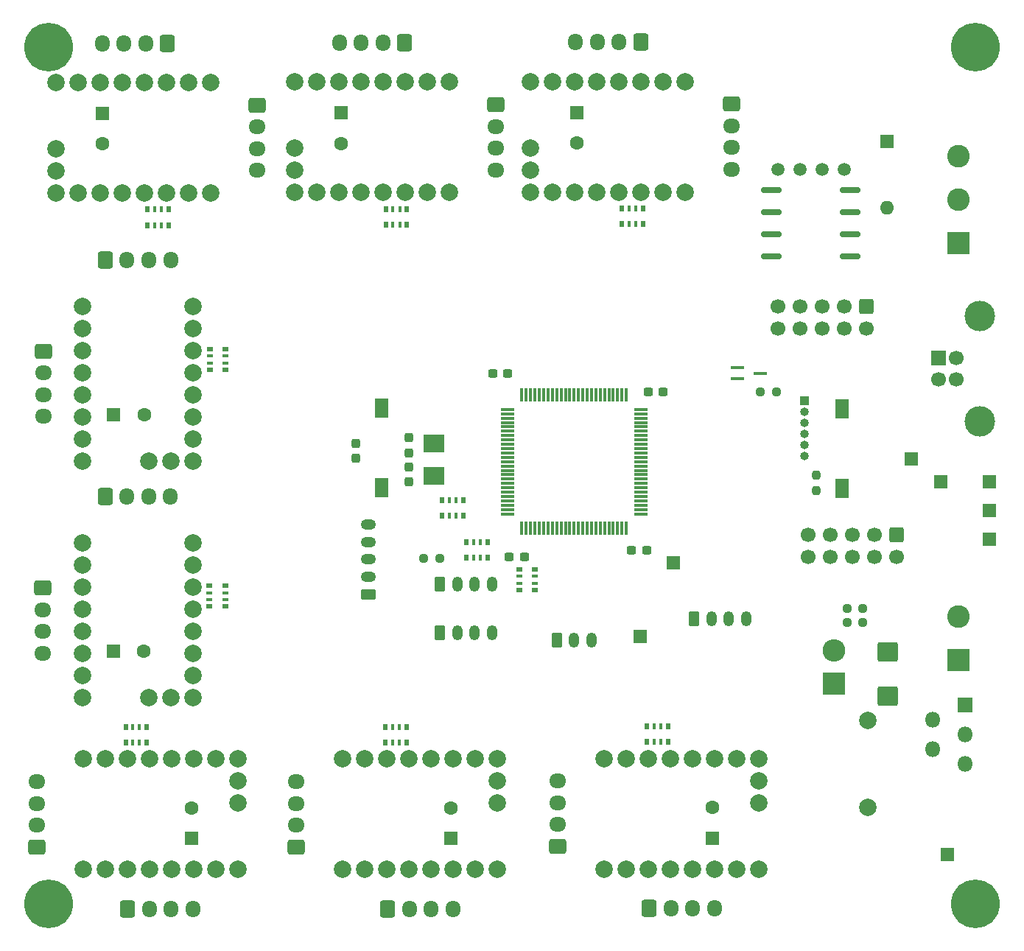
<source format=gbr>
%TF.GenerationSoftware,KiCad,Pcbnew,6.0.10*%
%TF.CreationDate,2023-01-16T16:43:20+03:00*%
%TF.ProjectId,multistepper,6d756c74-6973-4746-9570-7065722e6b69,rev?*%
%TF.SameCoordinates,Original*%
%TF.FileFunction,Soldermask,Top*%
%TF.FilePolarity,Negative*%
%FSLAX46Y46*%
G04 Gerber Fmt 4.6, Leading zero omitted, Abs format (unit mm)*
G04 Created by KiCad (PCBNEW 6.0.10) date 2023-01-16 16:43:20*
%MOMM*%
%LPD*%
G01*
G04 APERTURE LIST*
G04 Aperture macros list*
%AMRoundRect*
0 Rectangle with rounded corners*
0 $1 Rounding radius*
0 $2 $3 $4 $5 $6 $7 $8 $9 X,Y pos of 4 corners*
0 Add a 4 corners polygon primitive as box body*
4,1,4,$2,$3,$4,$5,$6,$7,$8,$9,$2,$3,0*
0 Add four circle primitives for the rounded corners*
1,1,$1+$1,$2,$3*
1,1,$1+$1,$4,$5*
1,1,$1+$1,$6,$7*
1,1,$1+$1,$8,$9*
0 Add four rect primitives between the rounded corners*
20,1,$1+$1,$2,$3,$4,$5,0*
20,1,$1+$1,$4,$5,$6,$7,0*
20,1,$1+$1,$6,$7,$8,$9,0*
20,1,$1+$1,$8,$9,$2,$3,0*%
G04 Aperture macros list end*
%ADD10RoundRect,0.237500X-0.300000X-0.237500X0.300000X-0.237500X0.300000X0.237500X-0.300000X0.237500X0*%
%ADD11RoundRect,0.250000X0.600000X0.725000X-0.600000X0.725000X-0.600000X-0.725000X0.600000X-0.725000X0*%
%ADD12O,1.700000X1.950000*%
%ADD13RoundRect,0.250000X-0.725000X0.600000X-0.725000X-0.600000X0.725000X-0.600000X0.725000X0.600000X0*%
%ADD14O,1.950000X1.700000*%
%ADD15RoundRect,0.250000X0.625000X-0.350000X0.625000X0.350000X-0.625000X0.350000X-0.625000X-0.350000X0*%
%ADD16O,1.750000X1.200000*%
%ADD17RoundRect,0.250000X-0.600000X0.600000X-0.600000X-0.600000X0.600000X-0.600000X0.600000X0.600000X0*%
%ADD18C,1.700000*%
%ADD19R,1.600000X2.180000*%
%ADD20RoundRect,0.250000X0.725000X-0.600000X0.725000X0.600000X-0.725000X0.600000X-0.725000X-0.600000X0*%
%ADD21R,1.500000X1.500000*%
%ADD22C,5.600000*%
%ADD23R,1.600000X1.600000*%
%ADD24O,1.600000X1.600000*%
%ADD25C,1.600000*%
%ADD26RoundRect,0.250000X-0.350000X-0.625000X0.350000X-0.625000X0.350000X0.625000X-0.350000X0.625000X0*%
%ADD27O,1.200000X1.750000*%
%ADD28RoundRect,0.250000X-0.600000X-0.725000X0.600000X-0.725000X0.600000X0.725000X-0.600000X0.725000X0*%
%ADD29C,2.000000*%
%ADD30R,0.500000X0.800000*%
%ADD31R,0.400000X0.800000*%
%ADD32R,0.800000X0.500000*%
%ADD33R,0.800000X0.400000*%
%ADD34R,2.600000X2.600000*%
%ADD35C,2.600000*%
%ADD36RoundRect,0.237500X-0.250000X-0.237500X0.250000X-0.237500X0.250000X0.237500X-0.250000X0.237500X0*%
%ADD37R,1.000000X1.000000*%
%ADD38O,1.000000X1.000000*%
%ADD39RoundRect,0.075000X-0.725000X-0.075000X0.725000X-0.075000X0.725000X0.075000X-0.725000X0.075000X0*%
%ADD40RoundRect,0.075000X-0.075000X-0.725000X0.075000X-0.725000X0.075000X0.725000X-0.075000X0.725000X0*%
%ADD41RoundRect,0.237500X0.237500X-0.300000X0.237500X0.300000X-0.237500X0.300000X-0.237500X-0.300000X0*%
%ADD42R,2.400000X2.000000*%
%ADD43RoundRect,0.237500X0.237500X-0.250000X0.237500X0.250000X-0.237500X0.250000X-0.237500X-0.250000X0*%
%ADD44RoundRect,0.237500X-0.237500X0.300000X-0.237500X-0.300000X0.237500X-0.300000X0.237500X0.300000X0*%
%ADD45C,1.500000*%
%ADD46O,2.600000X2.600000*%
%ADD47RoundRect,0.162500X-1.012500X-0.162500X1.012500X-0.162500X1.012500X0.162500X-1.012500X0.162500X0*%
%ADD48R,1.800000X1.800000*%
%ADD49O,1.800000X1.800000*%
%ADD50RoundRect,0.237500X0.300000X0.237500X-0.300000X0.237500X-0.300000X-0.237500X0.300000X-0.237500X0*%
%ADD51RoundRect,0.237500X0.250000X0.237500X-0.250000X0.237500X-0.250000X-0.237500X0.250000X-0.237500X0*%
%ADD52RoundRect,0.250000X-0.925000X0.875000X-0.925000X-0.875000X0.925000X-0.875000X0.925000X0.875000X0*%
%ADD53R,1.700000X1.700000*%
%ADD54C,3.500000*%
%ADD55R,1.500000X0.450000*%
G04 APERTURE END LIST*
D10*
%TO.C,C9*%
X110035000Y-79502000D03*
X111760000Y-79502000D03*
%TD*%
D11*
%TO.C,J17*%
X99921075Y-41501827D03*
D12*
X97421075Y-41501827D03*
X94921075Y-41501827D03*
X92421075Y-41501827D03*
%TD*%
D13*
%TO.C,J12*%
X58374000Y-76974000D03*
D14*
X58374000Y-79474000D03*
X58374000Y-81974000D03*
X58374000Y-84474000D03*
%TD*%
D15*
%TO.C,J6*%
X95758000Y-104902000D03*
D16*
X95758000Y-102902000D03*
X95758000Y-100902000D03*
X95758000Y-98902000D03*
X95758000Y-96902000D03*
%TD*%
D17*
%TO.C,J2*%
X152958800Y-71840700D03*
D18*
X152958800Y-74380700D03*
X150418800Y-71840700D03*
X150418800Y-74380700D03*
X147878800Y-71840700D03*
X147878800Y-74380700D03*
X145338800Y-71840700D03*
X145338800Y-74380700D03*
X142798800Y-71840700D03*
X142798800Y-74380700D03*
%TD*%
D19*
%TO.C,SW2*%
X150164800Y-83548000D03*
X150164800Y-92728000D03*
%TD*%
D20*
%TO.C,J22*%
X87466000Y-133934000D03*
D14*
X87466000Y-131434000D03*
X87466000Y-128934000D03*
X87466000Y-126434000D03*
%TD*%
D21*
%TO.C,TP7*%
X161544000Y-91948000D03*
%TD*%
D22*
%TO.C,H4*%
X165500000Y-140500000D03*
%TD*%
D23*
%TO.C,SW3*%
X155295600Y-52832000D03*
D24*
X155295600Y-60452000D03*
%TD*%
D23*
%TO.C,C24*%
X105246000Y-132978000D03*
D25*
X105246000Y-129478000D03*
%TD*%
D26*
%TO.C,J5*%
X103934000Y-103733600D03*
D27*
X105934000Y-103733600D03*
X107934000Y-103733600D03*
X109934000Y-103733600D03*
%TD*%
D28*
%TO.C,J11*%
X65500000Y-66500000D03*
D12*
X68000000Y-66500000D03*
X70500000Y-66500000D03*
X73000000Y-66500000D03*
%TD*%
D29*
%TO.C,XX5*%
X140640000Y-123774000D03*
X138100000Y-123774000D03*
X135560000Y-123774000D03*
X133020000Y-123774000D03*
X130480000Y-123774000D03*
X127940000Y-123774000D03*
X125400000Y-123774000D03*
X122860000Y-123774000D03*
X122860000Y-136474000D03*
X125400000Y-136474000D03*
X127940000Y-136474000D03*
X130480000Y-136474000D03*
X133020000Y-136474000D03*
X135560000Y-136474000D03*
X138100000Y-136474000D03*
X140640000Y-136474000D03*
X140640000Y-126314000D03*
X140640000Y-128854000D03*
%TD*%
D30*
%TO.C,RN11*%
X127270450Y-60560000D03*
D31*
X126470450Y-60560000D03*
X125670450Y-60560000D03*
D30*
X124870450Y-60560000D03*
X124870450Y-62360000D03*
D31*
X125670450Y-62360000D03*
X126470450Y-62360000D03*
D30*
X127270450Y-62360000D03*
%TD*%
D26*
%TO.C,J13*%
X117380000Y-110194000D03*
D27*
X119380000Y-110194000D03*
X121380000Y-110194000D03*
%TD*%
D29*
%TO.C,XX8*%
X75572000Y-116801600D03*
X75572000Y-114261600D03*
X75572000Y-111721600D03*
X75572000Y-109181600D03*
X75572000Y-106641600D03*
X75572000Y-104101600D03*
X75572000Y-101561600D03*
X75572000Y-99021600D03*
X62872000Y-99021600D03*
X62872000Y-101561600D03*
X62872000Y-104101600D03*
X62872000Y-106641600D03*
X62872000Y-109181600D03*
X62872000Y-111721600D03*
X62872000Y-114261600D03*
X62872000Y-116801600D03*
X73032000Y-116801600D03*
X70492000Y-116801600D03*
%TD*%
%TO.C,XX3*%
X87281075Y-58727827D03*
X89821075Y-58727827D03*
X92361075Y-58727827D03*
X94901075Y-58727827D03*
X97441075Y-58727827D03*
X99981075Y-58727827D03*
X102521075Y-58727827D03*
X105061075Y-58727827D03*
X105061075Y-46027827D03*
X102521075Y-46027827D03*
X99981075Y-46027827D03*
X97441075Y-46027827D03*
X94901075Y-46027827D03*
X92361075Y-46027827D03*
X89821075Y-46027827D03*
X87281075Y-46027827D03*
X87281075Y-56187827D03*
X87281075Y-53647827D03*
%TD*%
D32*
%TO.C,RN7*%
X113095200Y-102025600D03*
D33*
X113095200Y-102825600D03*
X113095200Y-103625600D03*
D32*
X113095200Y-104425600D03*
X114895200Y-104425600D03*
D33*
X114895200Y-103625600D03*
X114895200Y-102825600D03*
D32*
X114895200Y-102025600D03*
%TD*%
D34*
%TO.C,J10*%
X163576000Y-112482000D03*
D35*
X163576000Y-107482000D03*
%TD*%
D36*
%TO.C,R33*%
X140768700Y-81635600D03*
X142593700Y-81635600D03*
%TD*%
D17*
%TO.C,J3*%
X156464000Y-98044000D03*
D18*
X156464000Y-100584000D03*
X153924000Y-98044000D03*
X153924000Y-100584000D03*
X151384000Y-98044000D03*
X151384000Y-100584000D03*
X148844000Y-98044000D03*
X148844000Y-100584000D03*
X146304000Y-98044000D03*
X146304000Y-100584000D03*
%TD*%
D21*
%TO.C,TP3*%
X167132000Y-91948000D03*
%TD*%
D37*
%TO.C,J1*%
X145821000Y-82677000D03*
D38*
X145821000Y-83947000D03*
X145821000Y-85217000D03*
X145821000Y-86487000D03*
X145821000Y-87757000D03*
X145821000Y-89027000D03*
%TD*%
D20*
%TO.C,J24*%
X57604925Y-133934000D03*
D14*
X57604925Y-131434000D03*
X57604925Y-128934000D03*
X57604925Y-126434000D03*
%TD*%
D39*
%TO.C,U1*%
X111705000Y-83662000D03*
X111705000Y-84162000D03*
X111705000Y-84662000D03*
X111705000Y-85162000D03*
X111705000Y-85662000D03*
X111705000Y-86162000D03*
X111705000Y-86662000D03*
X111705000Y-87162000D03*
X111705000Y-87662000D03*
X111705000Y-88162000D03*
X111705000Y-88662000D03*
X111705000Y-89162000D03*
X111705000Y-89662000D03*
X111705000Y-90162000D03*
X111705000Y-90662000D03*
X111705000Y-91162000D03*
X111705000Y-91662000D03*
X111705000Y-92162000D03*
X111705000Y-92662000D03*
X111705000Y-93162000D03*
X111705000Y-93662000D03*
X111705000Y-94162000D03*
X111705000Y-94662000D03*
X111705000Y-95162000D03*
X111705000Y-95662000D03*
D40*
X113380000Y-97337000D03*
X113880000Y-97337000D03*
X114380000Y-97337000D03*
X114880000Y-97337000D03*
X115380000Y-97337000D03*
X115880000Y-97337000D03*
X116380000Y-97337000D03*
X116880000Y-97337000D03*
X117380000Y-97337000D03*
X117880000Y-97337000D03*
X118380000Y-97337000D03*
X118880000Y-97337000D03*
X119380000Y-97337000D03*
X119880000Y-97337000D03*
X120380000Y-97337000D03*
X120880000Y-97337000D03*
X121380000Y-97337000D03*
X121880000Y-97337000D03*
X122380000Y-97337000D03*
X122880000Y-97337000D03*
X123380000Y-97337000D03*
X123880000Y-97337000D03*
X124380000Y-97337000D03*
X124880000Y-97337000D03*
X125380000Y-97337000D03*
D39*
X127055000Y-95662000D03*
X127055000Y-95162000D03*
X127055000Y-94662000D03*
X127055000Y-94162000D03*
X127055000Y-93662000D03*
X127055000Y-93162000D03*
X127055000Y-92662000D03*
X127055000Y-92162000D03*
X127055000Y-91662000D03*
X127055000Y-91162000D03*
X127055000Y-90662000D03*
X127055000Y-90162000D03*
X127055000Y-89662000D03*
X127055000Y-89162000D03*
X127055000Y-88662000D03*
X127055000Y-88162000D03*
X127055000Y-87662000D03*
X127055000Y-87162000D03*
X127055000Y-86662000D03*
X127055000Y-86162000D03*
X127055000Y-85662000D03*
X127055000Y-85162000D03*
X127055000Y-84662000D03*
X127055000Y-84162000D03*
X127055000Y-83662000D03*
D40*
X125380000Y-81987000D03*
X124880000Y-81987000D03*
X124380000Y-81987000D03*
X123880000Y-81987000D03*
X123380000Y-81987000D03*
X122880000Y-81987000D03*
X122380000Y-81987000D03*
X121880000Y-81987000D03*
X121380000Y-81987000D03*
X120880000Y-81987000D03*
X120380000Y-81987000D03*
X119880000Y-81987000D03*
X119380000Y-81987000D03*
X118880000Y-81987000D03*
X118380000Y-81987000D03*
X117880000Y-81987000D03*
X117380000Y-81987000D03*
X116880000Y-81987000D03*
X116380000Y-81987000D03*
X115880000Y-81987000D03*
X115380000Y-81987000D03*
X114880000Y-81987000D03*
X114380000Y-81987000D03*
X113880000Y-81987000D03*
X113380000Y-81987000D03*
%TD*%
D22*
%TO.C,H1*%
X59000000Y-42000000D03*
%TD*%
D23*
%TO.C,C23*%
X135306000Y-132918000D03*
D25*
X135306000Y-129418000D03*
%TD*%
D41*
%TO.C,C4*%
X100417350Y-91997700D03*
X100417350Y-90272700D03*
%TD*%
D11*
%TO.C,J19*%
X127026450Y-41440000D03*
D12*
X124526450Y-41440000D03*
X122026450Y-41440000D03*
X119526450Y-41440000D03*
%TD*%
D21*
%TO.C,TP2*%
X167132000Y-95250000D03*
%TD*%
D13*
%TO.C,J14*%
X82974000Y-48689654D03*
D14*
X82974000Y-51189654D03*
X82974000Y-53689654D03*
X82974000Y-56189654D03*
%TD*%
D22*
%TO.C,H3*%
X59000000Y-140500000D03*
%TD*%
D28*
%TO.C,J23*%
X97940000Y-141060000D03*
D12*
X100440000Y-141060000D03*
X102940000Y-141060000D03*
X105440000Y-141060000D03*
%TD*%
D42*
%TO.C,Y1*%
X103225600Y-87558000D03*
X103225600Y-91258000D03*
%TD*%
D28*
%TO.C,J25*%
X68078925Y-141060000D03*
D12*
X70578925Y-141060000D03*
X73078925Y-141060000D03*
X75578925Y-141060000D03*
%TD*%
D29*
%TO.C,XX4*%
X114386450Y-58666000D03*
X116926450Y-58666000D03*
X119466450Y-58666000D03*
X122006450Y-58666000D03*
X124546450Y-58666000D03*
X127086450Y-58666000D03*
X129626450Y-58666000D03*
X132166450Y-58666000D03*
X132166450Y-45966000D03*
X129626450Y-45966000D03*
X127086450Y-45966000D03*
X124546450Y-45966000D03*
X122006450Y-45966000D03*
X119466450Y-45966000D03*
X116926450Y-45966000D03*
X114386450Y-45966000D03*
X114386450Y-56126000D03*
X114386450Y-53586000D03*
%TD*%
D30*
%TO.C,RN6*%
X104210000Y-95896000D03*
D31*
X105010000Y-95896000D03*
X105810000Y-95896000D03*
D30*
X106610000Y-95896000D03*
X106610000Y-94096000D03*
D31*
X105810000Y-94096000D03*
X105010000Y-94096000D03*
D30*
X104210000Y-94096000D03*
%TD*%
D43*
%TO.C,R2*%
X147218400Y-93012900D03*
X147218400Y-91187900D03*
%TD*%
D10*
%TO.C,C5*%
X127889000Y-81661000D03*
X129614000Y-81661000D03*
%TD*%
D44*
%TO.C,C2*%
X94284800Y-87528400D03*
X94284800Y-89253400D03*
%TD*%
D22*
%TO.C,H2*%
X165500000Y-42000000D03*
%TD*%
D28*
%TO.C,J21*%
X128000000Y-141000000D03*
D12*
X130500000Y-141000000D03*
X133000000Y-141000000D03*
X135500000Y-141000000D03*
%TD*%
D23*
%TO.C,C21*%
X92615075Y-49583827D03*
D25*
X92615075Y-53083827D03*
%TD*%
D30*
%TO.C,RN10*%
X100165075Y-60621827D03*
D31*
X99365075Y-60621827D03*
X98565075Y-60621827D03*
D30*
X97765075Y-60621827D03*
X97765075Y-62421827D03*
D31*
X98565075Y-62421827D03*
X99365075Y-62421827D03*
D30*
X100165075Y-62421827D03*
%TD*%
D23*
%TO.C,C22*%
X119720450Y-49522000D03*
D25*
X119720450Y-53022000D03*
%TD*%
D30*
%TO.C,RN5*%
X107004000Y-100722000D03*
D31*
X107804000Y-100722000D03*
X108604000Y-100722000D03*
D30*
X109404000Y-100722000D03*
X109404000Y-98922000D03*
D31*
X108604000Y-98922000D03*
X107804000Y-98922000D03*
D30*
X107004000Y-98922000D03*
%TD*%
D13*
%TO.C,J18*%
X137500450Y-48566000D03*
D14*
X137500450Y-51066000D03*
X137500450Y-53566000D03*
X137500450Y-56066000D03*
%TD*%
D45*
%TO.C,Q1*%
X142798800Y-56083200D03*
X145338800Y-56083200D03*
X147878800Y-56083200D03*
X150418800Y-56083200D03*
%TD*%
D44*
%TO.C,C1*%
X100417350Y-86917700D03*
X100417350Y-88642700D03*
%TD*%
D29*
%TO.C,XX6*%
X110580000Y-123834000D03*
X108040000Y-123834000D03*
X105500000Y-123834000D03*
X102960000Y-123834000D03*
X100420000Y-123834000D03*
X97880000Y-123834000D03*
X95340000Y-123834000D03*
X92800000Y-123834000D03*
X92800000Y-136534000D03*
X95340000Y-136534000D03*
X97880000Y-136534000D03*
X100420000Y-136534000D03*
X102960000Y-136534000D03*
X105500000Y-136534000D03*
X108040000Y-136534000D03*
X110580000Y-136534000D03*
X110580000Y-126374000D03*
X110580000Y-128914000D03*
%TD*%
D34*
%TO.C,D26*%
X149250400Y-115194400D03*
D46*
X149250400Y-111384400D03*
%TD*%
D47*
%TO.C,U2*%
X142033000Y-58420000D03*
X142033000Y-60960000D03*
X142033000Y-63500000D03*
X142033000Y-66040000D03*
X151083000Y-66040000D03*
X151083000Y-63500000D03*
X151083000Y-60960000D03*
X151083000Y-58420000D03*
%TD*%
D21*
%TO.C,TP6*%
X127000000Y-109728000D03*
%TD*%
D23*
%TO.C,C19*%
X66456000Y-84280000D03*
D25*
X69956000Y-84280000D03*
%TD*%
D48*
%TO.C,U5*%
X164287200Y-117602000D03*
D49*
X160587200Y-119302000D03*
X164287200Y-121002000D03*
X160587200Y-122702000D03*
X164287200Y-124402000D03*
%TD*%
D30*
%TO.C,RN13*%
X97696000Y-121940000D03*
D31*
X98496000Y-121940000D03*
X99296000Y-121940000D03*
D30*
X100096000Y-121940000D03*
X100096000Y-120140000D03*
D31*
X99296000Y-120140000D03*
X98496000Y-120140000D03*
D30*
X97696000Y-120140000D03*
%TD*%
D13*
%TO.C,J27*%
X58346000Y-104161600D03*
D14*
X58346000Y-106661600D03*
X58346000Y-109161600D03*
X58346000Y-111661600D03*
%TD*%
D26*
%TO.C,J7*%
X133144000Y-107704800D03*
D27*
X135144000Y-107704800D03*
X137144000Y-107704800D03*
X139144000Y-107704800D03*
%TD*%
D30*
%TO.C,RN9*%
X72744000Y-60683654D03*
D31*
X71944000Y-60683654D03*
X71144000Y-60683654D03*
D30*
X70344000Y-60683654D03*
X70344000Y-62483654D03*
D31*
X71144000Y-62483654D03*
X71944000Y-62483654D03*
D30*
X72744000Y-62483654D03*
%TD*%
D21*
%TO.C,TP4*%
X167132000Y-98552000D03*
%TD*%
D32*
%TO.C,RN15*%
X77466000Y-103917600D03*
D33*
X77466000Y-104717600D03*
X77466000Y-105517600D03*
D32*
X77466000Y-106317600D03*
X79266000Y-106317600D03*
D33*
X79266000Y-105517600D03*
X79266000Y-104717600D03*
D32*
X79266000Y-103917600D03*
%TD*%
D11*
%TO.C,J15*%
X72644000Y-41563654D03*
D12*
X70144000Y-41563654D03*
X67644000Y-41563654D03*
X65144000Y-41563654D03*
%TD*%
D50*
%TO.C,C6*%
X127709000Y-99822000D03*
X125984000Y-99822000D03*
%TD*%
D29*
%TO.C,L1*%
X153162000Y-129409200D03*
X153162000Y-119409200D03*
%TD*%
D23*
%TO.C,C20*%
X65194000Y-49645654D03*
D25*
X65194000Y-53145654D03*
%TD*%
D19*
%TO.C,SW1*%
X97282000Y-83479200D03*
X97282000Y-92659200D03*
%TD*%
D29*
%TO.C,XX2*%
X59860000Y-58789654D03*
X62400000Y-58789654D03*
X64940000Y-58789654D03*
X67480000Y-58789654D03*
X70020000Y-58789654D03*
X72560000Y-58789654D03*
X75100000Y-58789654D03*
X77640000Y-58789654D03*
X77640000Y-46089654D03*
X75100000Y-46089654D03*
X72560000Y-46089654D03*
X70020000Y-46089654D03*
X67480000Y-46089654D03*
X64940000Y-46089654D03*
X62400000Y-46089654D03*
X59860000Y-46089654D03*
X59860000Y-56249654D03*
X59860000Y-53709654D03*
%TD*%
D34*
%TO.C,J9*%
X163576000Y-64516000D03*
D35*
X163576000Y-59516000D03*
X163576000Y-54516000D03*
%TD*%
D23*
%TO.C,C25*%
X75384925Y-132978000D03*
D25*
X75384925Y-129478000D03*
%TD*%
D51*
%TO.C,R11*%
X152552400Y-108102400D03*
X150727400Y-108102400D03*
%TD*%
D29*
%TO.C,XX7*%
X80718925Y-123834000D03*
X78178925Y-123834000D03*
X75638925Y-123834000D03*
X73098925Y-123834000D03*
X70558925Y-123834000D03*
X68018925Y-123834000D03*
X65478925Y-123834000D03*
X62938925Y-123834000D03*
X62938925Y-136534000D03*
X65478925Y-136534000D03*
X68018925Y-136534000D03*
X70558925Y-136534000D03*
X73098925Y-136534000D03*
X75638925Y-136534000D03*
X78178925Y-136534000D03*
X80718925Y-136534000D03*
X80718925Y-126374000D03*
X80718925Y-128914000D03*
%TD*%
D30*
%TO.C,RN14*%
X67834925Y-121940000D03*
D31*
X68634925Y-121940000D03*
X69434925Y-121940000D03*
D30*
X70234925Y-121940000D03*
X70234925Y-120140000D03*
D31*
X69434925Y-120140000D03*
X68634925Y-120140000D03*
D30*
X67834925Y-120140000D03*
%TD*%
D28*
%TO.C,J26*%
X65472000Y-93687600D03*
D12*
X67972000Y-93687600D03*
X70472000Y-93687600D03*
X72972000Y-93687600D03*
%TD*%
D36*
%TO.C,R10*%
X150727400Y-106527600D03*
X152552400Y-106527600D03*
%TD*%
D50*
%TO.C,C7*%
X113638500Y-100584000D03*
X111913500Y-100584000D03*
%TD*%
D52*
%TO.C,C14*%
X155397200Y-111546800D03*
X155397200Y-116646800D03*
%TD*%
D26*
%TO.C,J4*%
X103934000Y-109321600D03*
D27*
X105934000Y-109321600D03*
X107934000Y-109321600D03*
X109934000Y-109321600D03*
%TD*%
D36*
%TO.C,R9*%
X102109900Y-100736400D03*
X103934900Y-100736400D03*
%TD*%
D30*
%TO.C,RN12*%
X127756000Y-121880000D03*
D31*
X128556000Y-121880000D03*
X129356000Y-121880000D03*
D30*
X130156000Y-121880000D03*
X130156000Y-120080000D03*
D31*
X129356000Y-120080000D03*
X128556000Y-120080000D03*
D30*
X127756000Y-120080000D03*
%TD*%
D20*
%TO.C,J20*%
X117526000Y-133874000D03*
D14*
X117526000Y-131374000D03*
X117526000Y-128874000D03*
X117526000Y-126374000D03*
%TD*%
D13*
%TO.C,J16*%
X110395075Y-48627827D03*
D14*
X110395075Y-51127827D03*
X110395075Y-53627827D03*
X110395075Y-56127827D03*
%TD*%
D32*
%TO.C,RN8*%
X77494000Y-76730000D03*
D33*
X77494000Y-77530000D03*
X77494000Y-78330000D03*
D32*
X77494000Y-79130000D03*
X79294000Y-79130000D03*
D33*
X79294000Y-78330000D03*
X79294000Y-77530000D03*
D32*
X79294000Y-76730000D03*
%TD*%
D21*
%TO.C,TP8*%
X162255200Y-134823200D03*
%TD*%
%TO.C,TP5*%
X130810000Y-101244400D03*
%TD*%
D23*
%TO.C,C26*%
X66428000Y-111467600D03*
D25*
X69928000Y-111467600D03*
%TD*%
D29*
%TO.C,XX1*%
X75600000Y-89614000D03*
X75600000Y-87074000D03*
X75600000Y-84534000D03*
X75600000Y-81994000D03*
X75600000Y-79454000D03*
X75600000Y-76914000D03*
X75600000Y-74374000D03*
X75600000Y-71834000D03*
X62900000Y-71834000D03*
X62900000Y-74374000D03*
X62900000Y-76914000D03*
X62900000Y-79454000D03*
X62900000Y-81994000D03*
X62900000Y-84534000D03*
X62900000Y-87074000D03*
X62900000Y-89614000D03*
X73060000Y-89614000D03*
X70520000Y-89614000D03*
%TD*%
D53*
%TO.C,J8*%
X161290000Y-77730000D03*
D18*
X161290000Y-80230000D03*
X163290000Y-80230000D03*
X163290000Y-77730000D03*
D54*
X166000000Y-72960000D03*
X166000000Y-85000000D03*
%TD*%
D55*
%TO.C,Q3*%
X138116000Y-78852000D03*
X138116000Y-80152000D03*
X140776000Y-79502000D03*
%TD*%
D21*
%TO.C,TP1*%
X158167500Y-89348000D03*
%TD*%
M02*

</source>
